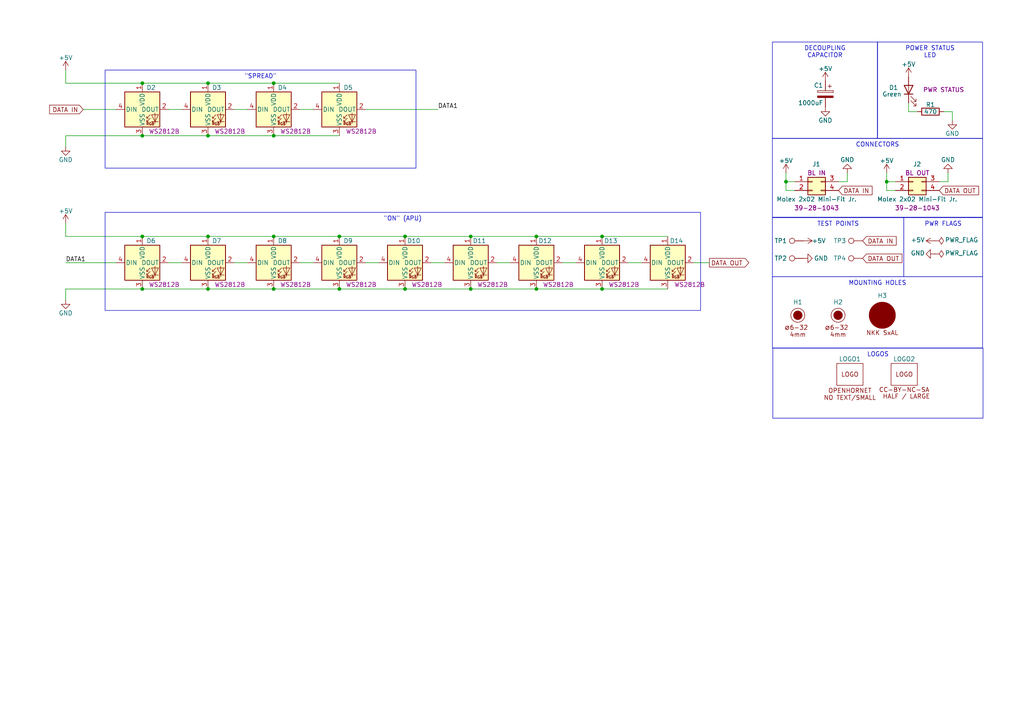
<source format=kicad_sch>
(kicad_sch (version 20230121) (generator eeschema)
  (paper "A4")
  (title_block (title "AV COOL PANEL") (date "2023-04-21") (rev "4") (company "www.openhornet.com") (comment 1 "License:  CC BY-NC-SA") (comment 2 "Backlighting - Type A"))
  (lib_symbols
    (symbol "OH_Symbols:Capacitor_Polarized_8x10_1000uF" (pin_numbers hide) (pin_names (offset 0.254))
      (property "Reference" "C" (at 0.635 2.54 0))
      (property "Value" "1000uF" (at 0.635 -2.54 0))
      (symbol "Capacitor_Polarized_8x10_1000uF_0_1"
        (rectangle (start -2.286 0.508) (end 2.286 1.016))
        (polyline (pts (xy -1.778 2.286) (xy -0.762 2.286)))
        (polyline (pts (xy -1.27 2.794) (xy -1.27 1.778)))
        (rectangle (start 2.286 -0.508) (end -2.286 -1.016) (fill (type outline)))
      )
      (symbol "Capacitor_Polarized_8x10_1000uF_1_1"
        (pin passive line (at 0 3.81 270) (length 2.794) (name "~") (number "1"))
        (pin passive line (at 0 -3.81 90) (length 2.794) (name "~") (number "2"))
      )
    )
    (symbol "OH_Symbols:LED_3.0mm_Green" (pin_numbers hide) (pin_names (offset 1.016) hide)
      (property "Reference" "D1" (at -4.445 -0.635 0))
      (property "Value" "Green" (at -6.35 -2.54 0))
      (property "Silkscreen" "PWR STATUS" (at 11.43 -1.27 0))
      (symbol "LED_3.0mm_Green_0_1"
        (polyline (pts (xy 1.27 0) (xy 1.27 -2.54)))
        (polyline (pts (xy 2.54 -2.54) (xy 0 -2.54)) (stroke (width 0.254)))
        (polyline (pts (xy 2.54 0) (xy 0 0) (xy 1.27 -2.54) (xy 2.54 0)) (stroke (width 0.254)))
        (polyline (pts (xy 1.905 -4.445) (xy 3.429 -5.969) (xy 3.429 -5.207) (xy 3.429 -5.969) (xy 2.667 -5.969)))
        (polyline (pts (xy 1.905 -3.175) (xy 3.429 -4.699) (xy 3.429 -3.937) (xy 3.429 -4.699) (xy 2.667 -4.699)))
      )
      (symbol "LED_3.0mm_Green_1_1"
        (pin passive line (at 1.27 -5.08 90) (length 2.54) (name "K") (number "1"))
        (pin passive line (at 1.27 2.54 270) (length 2.54) (name "A") (number "2"))
      )
    )
    (symbol "OH_Symbols:LOGO_License_Half_Large" (pin_numbers hide) (pin_names (offset 0) hide)
      (property "Reference" "LOGO" (at 0 12.7 0))
      (symbol "LOGO_License_Half_Large_0_0"
        (text "CC-BY-NC-SA" (at 0 3.81 0) (effects (font (size 1.27 1.27))))
      )
      (symbol "LOGO_License_Half_Large_0_1"
        (rectangle (start 3.81 5.08) (end -3.81 11.43))
      )
      (symbol "LOGO_License_Half_Large_1_0"
        (text "HALF / LARGE\n" (at 0.635 1.905 0) (effects (font (size 1.27 1.27))))
      )
      (symbol "LOGO_License_Half_Large_1_1"
        (text "LOGO" (at 0 8.255 0) (effects (font (size 1.27 1.27))))
      )
    )
    (symbol "OH_Symbols:LOGO_OpenHornet_NoText_Small" (pin_numbers hide) (pin_names (offset 0) hide) (in_bom no)
      (property "Reference" "LOGO" (at 0 12.7 0))
      (symbol "LOGO_OpenHornet_NoText_Small_0_1"
        (rectangle (start 3.81 5.08) (end -3.81 11.43))
      )
      (symbol "LOGO_OpenHornet_NoText_Small_1_0"
        (text "LOGO" (at 0 8.255 0) (effects (font (size 1.27 1.27))))
        (text "OPENHORNET\nNO TEXT/SMALL" (at 0 2.54 0) (effects (font (size 1.27 1.27))))
      )
    )
    (symbol "OH_Symbols:Molex_2x02_Mini-Fit_Jr." (pin_names (offset 1.016) hide)
      (property "Reference" "J2" (at 0 5.08 0))
      (property "Value" "Molex 2x02 Mini-Fit Jr." (at 1.27 -5.08 0))
      (property "Manufacturer PN" "39-28-1043" (at 1.27 -7.62 0))
      (property "Silkscreen" "BL OUT" (at 1.27 2.54 0))
      (symbol "Molex_2x02_Mini-Fit_Jr._1_1"
        (rectangle (start -1.27 -2.413) (end 0 -2.667) (stroke (width 0.1524)))
        (rectangle (start -1.27 0.127) (end 0 -0.127) (stroke (width 0.1524)))
        (rectangle (start -1.27 1.27) (end 3.81 -3.81) (stroke (width 0.254)) (fill (type background)))
        (rectangle (start 3.81 -2.413) (end 2.54 -2.667) (stroke (width 0.1524)))
        (rectangle (start 3.81 0.127) (end 2.54 -0.127) (stroke (width 0.1524)))
        (pin passive line (at -5.08 0 0) (length 3.81) (name "Pin_1") (number "1"))
        (pin passive line (at -5.08 -2.54 0) (length 3.81) (name "Pin_3") (number "2"))
        (pin passive line (at 7.62 0 180) (length 3.81) (name "Pin_2") (number "3"))
        (pin passive line (at 7.62 -2.54 180) (length 3.81) (name "Pin_4") (number "4"))
      )
    )
    (symbol "OH_Symbols:MountingHole_6x32_PHS" (pin_numbers hide) (pin_names (offset 0) hide) (in_bom no)
      (property "Reference" "H" (at 0 3.81 0))
      (symbol "MountingHole_6x32_PHS_0_0"
        (circle (center 0 0) (radius 1.27) (fill (type outline)))
        (circle (center 0 0) (radius 2.032))
      )
      (symbol "MountingHole_6x32_PHS_1_1"
        (text "⌀6-32 \n4mm" (at 0 -4.572 0) (effects (font (size 1.27 1.27))))
      )
    )
    (symbol "OH_Symbols:MountingHole_SxAL_Toggle" (pin_names (offset 1.016)) (in_bom no)
      (property "Reference" "H" (at 0 5.715 0))
      (symbol "MountingHole_SxAL_Toggle_1_1"
        (circle (center 0 0) (radius 3.8185) (fill (type outline)))
        (text "NKK SxAL" (at 0 -5.08 0) (effects (font (size 1.27 1.27))))
      )
    )
    (symbol "OH_Symbols:Resistor_0603_470Ω" (pin_numbers hide) (pin_names (offset 0))
      (property "Reference" "R" (at 0 -2.032 0))
      (property "Value" "470" (at 0 0 0))
      (symbol "Resistor_0603_470Ω_0_1"
        (rectangle (start -2.54 1.016) (end 2.54 -1.016) (stroke (width 0.254)))
      )
      (symbol "Resistor_0603_470Ω_1_1"
        (pin passive line (at 3.81 0 180) (length 1.27) (name "~") (number "1"))
        (pin passive line (at -3.81 0 0) (length 1.27) (name "~") (number "2"))
      )
    )
    (symbol "OH_Symbols:TestPoint" (pin_numbers hide) (pin_names (offset 0.762) hide) (in_bom no)
      (property "Reference" "TP" (at -6.604 0 0))
      (symbol "TestPoint_0_1"
        (circle (center -3.302 0) (radius 0.762))
      )
      (symbol "TestPoint_1_1"
        (pin passive line (at 0 0 180) (length 2.54) (name "1") (number "1"))
      )
    )
    (symbol "OH_Symbols:WS2812B" (pin_names (offset 0.254))
      (property "Reference" "D" (at 2.54 6.35 0))
      (property "Manufacturer PN" "WS2812B" (at 6.35 -6.35 0))
      (symbol "WS2812B_0_0"
        (text "RGB" (at 2.286 -4.191 0) (effects (font (size 0.762 0.762))))
      )
      (symbol "WS2812B_0_1"
        (polyline (pts (xy 1.27 -3.556) (xy 1.778 -3.556)))
        (polyline (pts (xy 1.27 -2.54) (xy 1.778 -2.54)))
        (polyline (pts (xy 4.699 -3.556) (xy 2.667 -3.556)))
        (polyline (pts (xy 2.286 -2.54) (xy 1.27 -3.556) (xy 1.27 -3.048)))
        (polyline (pts (xy 2.286 -1.524) (xy 1.27 -2.54) (xy 1.27 -2.032)))
        (polyline (pts (xy 3.683 -1.016) (xy 3.683 -3.556) (xy 3.683 -4.064)))
        (polyline (pts (xy 4.699 -1.524) (xy 2.667 -1.524) (xy 3.683 -3.556) (xy 4.699 -1.524)))
        (rectangle (start 5.08 5.08) (end -5.08 -5.08) (stroke (width 0.254)) (fill (type background)))
      )
      (symbol "WS2812B_1_1"
        (pin power_in line (at 0 7.62 270) (length 2.54) (name "VDD") (number "1"))
        (pin output line (at 7.62 0 180) (length 2.54) (name "DOUT") (number "2"))
        (pin power_in line (at 0 -7.62 90) (length 2.54) (name "VSS") (number "3"))
        (pin input line (at -7.62 0 0) (length 2.54) (name "DIN") (number "4"))
      )
    )
    (symbol "power:+5V" (power) (pin_names (offset 0))
      (property "Value" "+5V" (at 0 3.556 0))
      (symbol "+5V_0_1"
        (polyline (pts (xy -0.762 1.27) (xy 0 2.54)))
        (polyline (pts (xy 0 0) (xy 0 2.54)))
        (polyline (pts (xy 0 2.54) (xy 0.762 1.27)))
      )
      (symbol "+5V_1_1"
        (pin power_in line (at 0 0 90) (length 0) hide (name "+5V") (number "1"))
      )
    )
    (symbol "power:GND" (power) (pin_names (offset 0))
      (property "Value" "GND" (at 0 -3.81 0))
      (symbol "GND_0_1"
        (polyline (pts (xy 0 0) (xy 0 -1.27) (xy 1.27 -1.27) (xy 0 -2.54) (xy -1.27 -1.27) (xy 0 -1.27)))
      )
      (symbol "GND_1_1"
        (pin power_in line (at 0 0 270) (length 0) hide (name "GND") (number "1"))
      )
    )
    (symbol "power:PWR_FLAG" (power) (pin_numbers hide) (pin_names (offset 0) hide)
      (property "Value" "PWR_FLAG" (at 0 3.81 0))
      (symbol "PWR_FLAG_0_0"
        (pin power_out line (at 0 0 90) (length 0) (name "pwr") (number "1"))
      )
      (symbol "PWR_FLAG_0_1"
        (polyline (pts (xy 0 0) (xy 0 1.27) (xy -1.016 1.905) (xy 0 2.54) (xy 1.016 1.905) (xy 0 1.27)))
      )
    )
  )
  (junction (at 136.525 83.82))
  (junction (at 79.375 39.37))
  (junction (at 117.475 83.82))
  (junction (at 60.325 68.58))
  (junction (at 41.275 24.13))
  (junction (at 136.525 68.58))
  (junction (at 117.475 68.58))
  (junction (at 60.325 24.13))
  (junction (at 60.325 39.37))
  (junction (at 79.375 24.13))
  (junction (at 257.175 52.705))
  (junction (at 79.375 83.82))
  (junction (at 41.275 68.58))
  (junction (at 98.425 68.58))
  (junction (at 174.625 83.82))
  (junction (at 155.575 83.82))
  (junction (at 79.375 68.58))
  (junction (at 41.275 39.37))
  (junction (at 227.965 52.705))
  (junction (at 174.625 68.58))
  (junction (at 98.425 83.82))
  (junction (at 41.275 83.82))
  (junction (at 60.325 83.82))
  (junction (at 155.575 68.58))
  (wire (pts (xy 41.275 24.13) (xy 60.325 24.13)))
  (wire (pts (xy 98.425 68.58) (xy 117.475 68.58)))
  (wire (pts (xy 41.275 83.82) (xy 60.325 83.82)))
  (wire (pts (xy 227.965 52.705) (xy 227.965 55.245)))
  (wire (pts (xy 201.295 76.2) (xy 205.74 76.2)))
  (wire (pts (xy 86.995 31.75) (xy 90.805 31.75)))
  (wire (pts (xy 257.175 50.165) (xy 257.175 52.705)))
  (wire (pts (xy 274.955 52.705) (xy 272.415 52.705)))
  (wire (pts (xy 106.045 31.75) (xy 127 31.75)))
  (wire (pts (xy 174.625 68.58) (xy 193.675 68.58)))
  (wire (pts (xy 155.575 83.82) (xy 174.625 83.82)))
  (wire (pts (xy 155.575 68.58) (xy 174.625 68.58)))
  (wire (pts (xy 79.375 68.58) (xy 98.425 68.58)))
  (wire (pts (xy 24.13 31.75) (xy 33.655 31.75)))
  (wire (pts (xy 19.05 76.2) (xy 33.655 76.2)))
  (wire (pts (xy 19.05 64.77) (xy 19.05 68.58)))
  (wire (pts (xy 60.325 24.13) (xy 79.375 24.13)))
  (wire (pts (xy 273.685 32.385) (xy 276.225 32.385)))
  (wire (pts (xy 41.275 39.37) (xy 60.325 39.37)))
  (wire (pts (xy 125.095 76.2) (xy 128.905 76.2)))
  (wire (pts (xy 243.205 52.705) (xy 245.745 52.705)))
  (wire (pts (xy 19.05 83.82) (xy 41.275 83.82)))
  (wire (pts (xy 182.245 76.2) (xy 186.055 76.2)))
  (wire (pts (xy 136.525 68.58) (xy 155.575 68.58)))
  (wire (pts (xy 60.325 39.37) (xy 79.375 39.37)))
  (wire (pts (xy 60.325 68.58) (xy 79.375 68.58)))
  (wire (pts (xy 19.05 24.13) (xy 41.275 24.13)))
  (wire (pts (xy 98.425 83.82) (xy 117.475 83.82)))
  (wire (pts (xy 136.525 83.82) (xy 155.575 83.82)))
  (wire (pts (xy 276.225 34.925) (xy 276.225 32.385)))
  (wire (pts (xy 144.145 76.2) (xy 147.955 76.2)))
  (wire (pts (xy 263.525 29.845) (xy 263.525 32.385)))
  (wire (pts (xy 117.475 68.58) (xy 136.525 68.58)))
  (wire (pts (xy 79.375 24.13) (xy 98.425 24.13)))
  (wire (pts (xy 259.715 55.245) (xy 257.175 55.245)))
  (wire (pts (xy 41.275 68.58) (xy 60.325 68.58)))
  (wire (pts (xy 227.965 50.165) (xy 227.965 52.705)))
  (wire (pts (xy 19.05 68.58) (xy 41.275 68.58)))
  (wire (pts (xy 266.065 32.385) (xy 263.525 32.385)))
  (wire (pts (xy 227.965 52.705) (xy 230.505 52.705)))
  (wire (pts (xy 274.955 50.165) (xy 274.955 52.705)))
  (wire (pts (xy 117.475 83.82) (xy 136.525 83.82)))
  (wire (pts (xy 19.05 39.37) (xy 41.275 39.37)))
  (wire (pts (xy 60.325 83.82) (xy 79.375 83.82)))
  (wire (pts (xy 67.945 31.75) (xy 71.755 31.75)))
  (wire (pts (xy 257.175 52.705) (xy 259.715 52.705)))
  (wire (pts (xy 48.895 76.2) (xy 52.705 76.2)))
  (wire (pts (xy 19.05 42.545) (xy 19.05 39.37)))
  (wire (pts (xy 86.995 76.2) (xy 90.805 76.2)))
  (wire (pts (xy 174.625 83.82) (xy 193.675 83.82)))
  (wire (pts (xy 79.375 39.37) (xy 98.425 39.37)))
  (wire (pts (xy 230.505 55.245) (xy 227.965 55.245)))
  (wire (pts (xy 19.05 86.995) (xy 19.05 83.82)))
  (wire (pts (xy 67.945 76.2) (xy 71.755 76.2)))
  (wire (pts (xy 257.175 52.705) (xy 257.175 55.245)))
  (wire (pts (xy 245.745 50.165) (xy 245.745 52.705)))
  (wire (pts (xy 163.195 76.2) (xy 167.005 76.2)))
  (wire (pts (xy 79.375 83.82) (xy 98.425 83.82)))
  (wire (pts (xy 48.895 31.75) (xy 52.705 31.75)))
  (wire (pts (xy 19.05 20.32) (xy 19.05 24.13)))
  (wire (pts (xy 106.045 76.2) (xy 109.855 76.2)))
  (text_box "LOGOS" (at 224.155 100.965 0) (size 60.96 20.32) (effects (font (size 1.27 1.27)) (justify top)))
  (text_box "MOUNTING HOLES" (at 224.028 80.264 0) (size 60.96 20.701) (effects (font (size 1.27 1.27)) (justify top)))
  (text_box "PWR FLAGS" (at 262.128 63.119 0) (size 22.86 17.145) (effects (font (size 1.27 1.27)) (justify top)))
  (text_box "CONNECTORS" (at 224.028 40.132 0) (size 60.96 22.86) (effects (font (size 1.27 1.27)) (justify top)))
  (text_box "POWER STATUS\nLED" (at 254.508 12.192 0) (size 30.48 27.94) (effects (font (size 1.27 1.27)) (justify top)))
  (text_box "\"ON\" (APU)" (at 30.48 61.595 0) (size 172.72 28.448) (effects (font (size 1.27 1.27)) (justify top)))
  (text_box "\"SPREAD\"" (at 30.48 20.32 0) (size 90.17 28.448) (effects (font (size 1.27 1.27)) (justify top)))
  (text_box "TEST POINTS" (at 224.028 63.119 0) (size 38.1 17.145) (effects (font (size 1.27 1.27)) (justify top)))
  (text_box "DECOUPLING\nCAPACITOR" (at 224.028 12.192 0) (size 30.48 27.94) (effects (font (size 1.27 1.27)) (justify top)))
  (label "DATA1" (at 127 31.75 0))
  (label "DATA1" (at 19.05 76.2 0))
  (global_label "DATA IN" (shape input) (at 243.205 55.245 0) (property "Intersheetrefs" "${INTERSHEET_REFS}" (effects hide)))
  (global_label "DATA IN" (shape input) (at 24.13 31.75 180) (property "Intersheetrefs" "${INTERSHEET_REFS}" (effects hide)))
  (global_label "DATA IN" (shape input) (at 250.19 69.85 0) (property "Intersheetrefs" "${INTERSHEET_REFS}" (effects hide)))
  (global_label "DATA OUT" (shape input) (at 272.415 55.245 0) (property "Intersheetrefs" "${INTERSHEET_REFS}" (effects hide)))
  (global_label "DATA OUT" (shape output) (at 205.74 76.2 0) (property "Intersheetrefs" "${INTERSHEET_REFS}" (effects hide)))
  (global_label "DATA OUT" (shape input) (at 250.19 74.93 0) (property "Intersheetrefs" "${INTERSHEET_REFS}" (effects hide)))
  (symbol (lib_id "OH_Symbols:WS2812B") (at 41.275 31.75 0) (unit 1)
    (property "Reference" "D2" (at 43.815 25.4 0))
    (property "Value" "RGB" (effects hide))
    (property "Footprint" "OH_Footprints:LED_WS2812B_PLCC4_5.0x5.0mm_P3.2mm" (effects hide))
    (property "Datasheet" "https://datasheet.lcsc.com/lcsc/2006151006_Worldsemi-WS2812B-B-W_C114586.pdf" (effects hide))
    (property "LCSC" "C2761795" (effects hide))
    (property "Manufacturer PN" "WS2812B" (at 47.625 38.1 0))
  )
  (symbol (lib_id "OH_Symbols:WS2812B") (at 60.325 31.75 0) (unit 1)
    (property "Reference" "D3" (at 62.865 25.4 0))
    (property "Value" "RGB" (effects hide))
    (property "Footprint" "OH_Footprints:LED_WS2812B_PLCC4_5.0x5.0mm_P3.2mm" (effects hide))
    (property "Datasheet" "https://datasheet.lcsc.com/lcsc/2006151006_Worldsemi-WS2812B-B-W_C114586.pdf" (effects hide))
    (property "LCSC" "C2761795" (effects hide))
    (property "Manufacturer PN" "WS2812B" (at 66.675 38.1 0))
  )
  (symbol (lib_id "OH_Symbols:WS2812B") (at 79.375 31.75 0) (unit 1)
    (property "Reference" "D4" (at 81.915 25.4 0))
    (property "Value" "RGB" (effects hide))
    (property "Footprint" "OH_Footprints:LED_WS2812B_PLCC4_5.0x5.0mm_P3.2mm" (effects hide))
    (property "Datasheet" "https://datasheet.lcsc.com/lcsc/2006151006_Worldsemi-WS2812B-B-W_C114586.pdf" (effects hide))
    (property "LCSC" "C2761795" (effects hide))
    (property "Manufacturer PN" "WS2812B" (at 85.725 38.1 0))
  )
  (symbol (lib_id "OH_Symbols:WS2812B") (at 98.425 31.75 0) (unit 1)
    (property "Reference" "D5" (at 100.965 25.4 0))
    (property "Value" "RGB" (effects hide))
    (property "Footprint" "OH_Footprints:LED_WS2812B_PLCC4_5.0x5.0mm_P3.2mm" (effects hide))
    (property "Datasheet" "https://datasheet.lcsc.com/lcsc/2006151006_Worldsemi-WS2812B-B-W_C114586.pdf" (effects hide))
    (property "LCSC" "C2761795" (effects hide))
    (property "Manufacturer PN" "WS2812B" (at 104.775 38.1 0))
  )
  (symbol (lib_id "OH_Symbols:WS2812B") (at 41.275 76.2 0) (unit 1)
    (property "Reference" "D6" (at 43.815 69.85 0))
    (property "Value" "RGB" (effects hide))
    (property "Footprint" "OH_Footprints:LED_WS2812B_PLCC4_5.0x5.0mm_P3.2mm" (effects hide))
    (property "Datasheet" "https://datasheet.lcsc.com/lcsc/2006151006_Worldsemi-WS2812B-B-W_C114586.pdf" (effects hide))
    (property "LCSC" "C2761795" (effects hide))
    (property "Manufacturer PN" "WS2812B" (at 47.625 82.55 0))
  )
  (symbol (lib_id "OH_Symbols:WS2812B") (at 60.325 76.2 0) (unit 1)
    (property "Reference" "D7" (at 62.865 69.85 0))
    (property "Value" "RGB" (effects hide))
    (property "Footprint" "OH_Footprints:LED_WS2812B_PLCC4_5.0x5.0mm_P3.2mm" (effects hide))
    (property "Datasheet" "https://datasheet.lcsc.com/lcsc/2006151006_Worldsemi-WS2812B-B-W_C114586.pdf" (effects hide))
    (property "LCSC" "C2761795" (effects hide))
    (property "Manufacturer PN" "WS2812B" (at 66.675 82.55 0))
  )
  (symbol (lib_id "OH_Symbols:WS2812B") (at 79.375 76.2 0) (unit 1)
    (property "Reference" "D8" (at 81.915 69.85 0))
    (property "Value" "RGB" (effects hide))
    (property "Footprint" "OH_Footprints:LED_WS2812B_PLCC4_5.0x5.0mm_P3.2mm" (effects hide))
    (property "Datasheet" "https://datasheet.lcsc.com/lcsc/2006151006_Worldsemi-WS2812B-B-W_C114586.pdf" (effects hide))
    (property "LCSC" "C2761795" (effects hide))
    (property "Manufacturer PN" "WS2812B" (at 85.725 82.55 0))
  )
  (symbol (lib_id "OH_Symbols:WS2812B") (at 98.425 76.2 0) (unit 1)
    (property "Reference" "D9" (at 100.965 69.85 0))
    (property "Value" "RGB" (effects hide))
    (property "Footprint" "OH_Footprints:LED_WS2812B_PLCC4_5.0x5.0mm_P3.2mm" (effects hide))
    (property "Datasheet" "https://datasheet.lcsc.com/lcsc/2006151006_Worldsemi-WS2812B-B-W_C114586.pdf" (effects hide))
    (property "LCSC" "C2761795" (effects hide))
    (property "Manufacturer PN" "WS2812B" (at 104.775 82.55 0))
  )
  (symbol (lib_id "OH_Symbols:WS2812B") (at 117.475 76.2 0) (unit 1)
    (property "Reference" "D10" (at 120.015 69.85 0))
    (property "Value" "RGB" (effects hide))
    (property "Footprint" "OH_Footprints:LED_WS2812B_PLCC4_5.0x5.0mm_P3.2mm" (effects hide))
    (property "Datasheet" "https://datasheet.lcsc.com/lcsc/2006151006_Worldsemi-WS2812B-B-W_C114586.pdf" (effects hide))
    (property "LCSC" "C2761795" (effects hide))
    (property "Manufacturer PN" "WS2812B" (at 123.825 82.55 0))
  )
  (symbol (lib_id "OH_Symbols:WS2812B") (at 136.525 76.2 0) (unit 1)
    (property "Reference" "D11" (at 139.065 69.85 0))
    (property "Value" "RGB" (effects hide))
    (property "Footprint" "OH_Footprints:LED_WS2812B_PLCC4_5.0x5.0mm_P3.2mm" (effects hide))
    (property "Datasheet" "https://datasheet.lcsc.com/lcsc/2006151006_Worldsemi-WS2812B-B-W_C114586.pdf" (effects hide))
    (property "LCSC" "C2761795" (effects hide))
    (property "Manufacturer PN" "WS2812B" (at 142.875 82.55 0))
  )
  (symbol (lib_id "OH_Symbols:WS2812B") (at 155.575 76.2 0) (unit 1)
    (property "Reference" "D12" (at 158.115 69.85 0))
    (property "Value" "RGB" (effects hide))
    (property "Footprint" "OH_Footprints:LED_WS2812B_PLCC4_5.0x5.0mm_P3.2mm" (effects hide))
    (property "Datasheet" "https://datasheet.lcsc.com/lcsc/2006151006_Worldsemi-WS2812B-B-W_C114586.pdf" (effects hide))
    (property "LCSC" "C2761795" (effects hide))
    (property "Manufacturer PN" "WS2812B" (at 161.925 82.55 0))
  )
  (symbol (lib_id "OH_Symbols:WS2812B") (at 174.625 76.2 0) (unit 1)
    (property "Reference" "D13" (at 177.165 69.85 0))
    (property "Value" "RGB" (effects hide))
    (property "Footprint" "OH_Footprints:LED_WS2812B_PLCC4_5.0x5.0mm_P3.2mm" (effects hide))
    (property "Datasheet" "https://datasheet.lcsc.com/lcsc/2006151006_Worldsemi-WS2812B-B-W_C114586.pdf" (effects hide))
    (property "LCSC" "C2761795" (effects hide))
    (property "Manufacturer PN" "WS2812B" (at 180.975 82.55 0))
  )
  (symbol (lib_id "OH_Symbols:WS2812B") (at 193.675 76.2 0) (unit 1)
    (property "Reference" "D14" (at 196.215 69.85 0))
    (property "Value" "RGB" (effects hide))
    (property "Footprint" "OH_Footprints:LED_WS2812B_PLCC4_5.0x5.0mm_P3.2mm" (effects hide))
    (property "Datasheet" "https://datasheet.lcsc.com/lcsc/2006151006_Worldsemi-WS2812B-B-W_C114586.pdf" (effects hide))
    (property "LCSC" "C2761795" (effects hide))
    (property "Manufacturer PN" "WS2812B" (at 200.025 82.55 0))
  )
  (symbol (lib_id "OH_Symbols:LED_3.0mm_Green") (at 262.255 24.765 0) (unit 1)
    (property "Reference" "D1" (at 257.81 25.4 0) (effects (justify left)))
    (property "Value" "Green" (at 255.905 27.305 0) (effects (justify left)))
    (property "Footprint" "OH_Footprints:LED_D3.0mm" (effects hide))
    (property "Silkscreen" "PWR STATUS" (at 273.685 26.035 0))
  )
  (symbol (lib_id "power:+5V") (at 19.05 64.77 0) (unit 1)
    (property "Reference" "#PWR011" (effects hide))
    (property "Value" "+5V" (at 19.05 61.214 0))
  )
  (symbol (lib_id "OH_Symbols:MountingHole_6x32_PHS") (at 231.394 91.44 0) (unit 1) (in_bom no)
    (property "Reference" "H1" (at 231.394 87.63 0))
    (property "Value" "6x32 / 4mm" (effects hide))
    (property "Footprint" "OH_Footprints:MountingHole_6-32_PHS" (effects hide))
  )
  (symbol (lib_id "power:GND") (at 239.395 31.115 0) (unit 1)
    (property "Reference" "#PWR04" (effects hide))
    (property "Value" "GND" (at 239.395 34.925 0))
  )
  (symbol (lib_id "power:GND") (at 245.745 50.165 180) (unit 1)
    (property "Reference" "#PWR08" (effects hide))
    (property "Value" "GND" (at 245.745 46.355 0))
  )
  (symbol (lib_id "power:+5V") (at 233.045 69.85 270) (unit 1)
    (property "Reference" "#PWR012" (effects hide))
    (property "Value" "+5V" (at 237.49 69.85 90))
  )
  (symbol (lib_id "OH_Symbols:TestPoint") (at 233.045 69.85 0) (unit 1) (in_bom no)
    (property "Reference" "TP1" (at 226.441 69.85 0))
    (property "Value" "TestPoint" (effects hide))
    (property "Footprint" "OH_Footprints:TestPoint_THTPad_D1.5mm_Drill0.7mm" (effects hide))
  )
  (symbol (lib_id "OH_Symbols:MountingHole_SxAL_Toggle") (at 255.905 91.44 0) (unit 1) (in_bom no)
    (property "Reference" "H3" (at 255.905 85.725 0))
    (property "Value" "SxAL" (effects hide))
    (property "Footprint" "OH_Footprints:SxAL_Toggle_13x13mm" (effects hide))
    (property "Datasheet" "https://www.mouser.com/datasheet/2/295/stogglesmedcap-1663420.pdf" (effects hide))
    (property "Manufacturer PN" "SxAL" (effects hide))
  )
  (symbol (lib_id "power:PWR_FLAG") (at 271.145 73.66 270) (unit 1)
    (property "Reference" "#FLG02" (effects hide))
    (property "Value" "PWR_FLAG" (at 278.892 73.406 90))
  )
  (symbol (lib_id "OH_Symbols:Resistor_0603_470Ω") (at 269.875 32.385 180) (unit 1)
    (property "Reference" "R1" (at 269.875 30.353 0))
    (property "Value" "470" (at 269.875 32.385 0))
    (property "Footprint" "OH_Footprints:R_0603_1608Metric" (effects hide))
    (property "Datasheet" "https://datasheet.lcsc.com/szlcsc/1811081712_UNI-ROYAL-Uniroyal-Elec-0603WAF4700T5E_C23179.pdf" (effects hide))
    (property "LCSC" "C23179" (effects hide))
    (property "Manufacturer PN" "0603WAF4700T5E" (effects hide))
  )
  (symbol (lib_id "OH_Symbols:LOGO_License_Half_Large") (at 262.255 116.84 0) (unit 1)
    (property "Reference" "LOGO2" (at 262.255 104.14 0))
    (property "Value" "LOGO" (effects hide))
    (property "Footprint" "OH_Footprints:LOGO_CC-BY-NC-SA_Half_Large" (effects hide))
    (property "Datasheet" "https://creativecommons.org/licenses/by-nc-sa/4.0/" (effects hide))
  )
  (symbol (lib_id "power:+5V") (at 271.145 69.85 90) (unit 1)
    (property "Reference" "#PWR013" (effects hide))
    (property "Value" "+5V" (at 266.192 69.596 90))
  )
  (symbol (lib_id "OH_Symbols:Molex_2x02_Mini-Fit_Jr.") (at 264.795 52.705 0) (unit 1)
    (property "Reference" "J2" (at 264.795 47.625 0) (effects (justify left)))
    (property "Value" "Molex 2x02 Mini-Fit Jr." (at 266.065 57.785 0))
    (property "Footprint" "OH_Footprints:Molex_Mini-Fit_Jr_5566-04A_2x02_P4.20mm_Vertical" (effects hide))
    (property "Datasheet" "https://www.molex.com/molex/search/partSearch?query=39281043&pQuery=" (effects hide))
    (property "LCSC" "C293502" (effects hide))
    (property "Manufacturer PN" "39-28-1043" (at 266.065 60.325 0))
    (property "Silkscreen" "BL OUT" (at 266.065 50.165 0))
  )
  (symbol (lib_id "OH_Symbols:MountingHole_6x32_PHS") (at 243.078 91.44 0) (unit 1) (in_bom no)
    (property "Reference" "H2" (at 243.078 87.63 0))
    (property "Value" "6x32 / 4mm" (effects hide))
    (property "Footprint" "OH_Footprints:MountingHole_6-32_PHS" (effects hide))
  )
  (symbol (lib_id "OH_Symbols:TestPoint") (at 250.19 74.93 0) (unit 1) (in_bom no)
    (property "Reference" "TP4" (at 243.586 74.93 0))
    (property "Value" "TestPoint" (effects hide))
    (property "Footprint" "OH_Footprints:TestPoint_THTPad_D1.5mm_Drill0.7mm" (effects hide))
  )
  (symbol (lib_id "power:+5V") (at 19.05 20.32 0) (unit 1)
    (property "Reference" "#PWR01" (effects hide))
    (property "Value" "+5V" (at 19.05 16.764 0))
  )
  (symbol (lib_id "power:GND") (at 276.225 34.925 0) (unit 1)
    (property "Reference" "#PWR05" (effects hide))
    (property "Value" "GND" (at 276.225 38.735 0))
  )
  (symbol (lib_id "OH_Symbols:Capacitor_Polarized_8x10_1000uF") (at 239.395 27.305 0) (mirror y) (unit 1)
    (property "Reference" "C1" (at 238.76 24.765 0) (effects (justify left)))
    (property "Value" "1000uF" (at 238.76 29.845 0) (effects (justify left)))
    (property "Footprint" "OH_Footprints:CP_Elec_8x10" (effects hide))
    (property "Datasheet" "https://www.mouser.com/datasheet/2/293/e_uwt-1847810.pdf" (effects hide))
    (property "LCSC" "C445083" (effects hide))
    (property "Manufacturer PN" "UWT0J102MNL1GS" (effects hide))
  )
  (symbol (lib_id "OH_Symbols:Molex_2x02_Mini-Fit_Jr.") (at 235.585 52.705 0) (unit 1)
    (property "Reference" "J1" (at 235.585 47.625 0) (effects (justify left)))
    (property "Value" "Molex 2x02 Mini-Fit Jr." (at 236.855 57.785 0))
    (property "Footprint" "OH_Footprints:Molex_Mini-Fit_Jr_5566-04A_2x02_P4.20mm_Vertical" (effects hide))
    (property "Datasheet" "https://www.molex.com/molex/search/partSearch?query=39281043&pQuery=" (effects hide))
    (property "LCSC" "C293502" (effects hide))
    (property "Manufacturer PN" "39-28-1043" (at 236.855 60.325 0))
    (property "Silkscreen" "BL IN" (at 236.855 50.165 0))
  )
  (symbol (lib_id "OH_Symbols:LOGO_OpenHornet_NoText_Small") (at 246.507 116.84 0) (unit 1) (in_bom no)
    (property "Reference" "LOGO1" (at 246.507 104.14 0))
    (property "Value" "LOGO" (effects hide))
    (property "Footprint" "OH_Footprints:LOGO_OH_NoText_Small" (effects hide))
    (property "Datasheet" "https://www.openhornet.com" (effects hide))
  )
  (symbol (lib_id "OH_Symbols:TestPoint") (at 250.19 69.85 0) (unit 1) (in_bom no)
    (property "Reference" "TP3" (at 243.586 69.85 0))
    (property "Value" "TestPoint" (effects hide))
    (property "Footprint" "OH_Footprints:TestPoint_THTPad_D1.5mm_Drill0.7mm" (effects hide))
  )
  (symbol (lib_id "power:GND") (at 271.145 73.66 270) (unit 1)
    (property "Reference" "#PWR014" (effects hide))
    (property "Value" "GND" (at 266.192 73.406 90))
  )
  (symbol (lib_id "OH_Symbols:TestPoint") (at 233.045 74.93 0) (unit 1) (in_bom no)
    (property "Reference" "TP2" (at 226.441 74.93 0))
    (property "Value" "TestPoint" (effects hide))
    (property "Footprint" "OH_Footprints:TestPoint_THTPad_D1.5mm_Drill0.7mm" (effects hide))
  )
  (symbol (lib_id "power:GND") (at 233.045 74.93 90) (unit 1)
    (property "Reference" "#PWR015" (effects hide))
    (property "Value" "GND" (at 238.125 74.93 90))
  )
  (symbol (lib_id "power:PWR_FLAG") (at 271.145 69.85 270) (unit 1)
    (property "Reference" "#FLG01" (effects hide))
    (property "Value" "PWR_FLAG" (at 278.892 69.596 90))
  )
  (symbol (lib_id "power:GND") (at 274.955 50.165 180) (unit 1)
    (property "Reference" "#PWR010" (effects hide))
    (property "Value" "GND" (at 274.955 46.355 0))
  )
  (symbol (lib_id "power:+5V") (at 227.965 50.165 0) (unit 1)
    (property "Reference" "#PWR07" (effects hide))
    (property "Value" "+5V" (at 227.965 46.609 0))
  )
  (symbol (lib_id "power:GND") (at 19.05 86.995 0) (unit 1)
    (property "Reference" "#PWR016" (effects hide))
    (property "Value" "GND" (at 19.05 90.805 0))
  )
  (symbol (lib_id "power:+5V") (at 239.395 23.495 0) (unit 1)
    (property "Reference" "#PWR03" (effects hide))
    (property "Value" "+5V" (at 239.395 19.939 0))
  )
  (symbol (lib_id "power:+5V") (at 263.525 22.225 0) (unit 1)
    (property "Reference" "#PWR02" (effects hide))
    (property "Value" "+5V" (at 263.525 18.669 0))
  )
  (symbol (lib_id "power:GND") (at 19.05 42.545 0) (unit 1)
    (property "Reference" "#PWR06" (effects hide))
    (property "Value" "GND" (at 19.05 46.355 0))
  )
  (symbol (lib_id "power:+5V") (at 257.175 50.165 0) (unit 1)
    (property "Reference" "#PWR09" (effects hide))
    (property "Value" "+5V" (at 257.175 46.609 0))
  )
)
</source>
